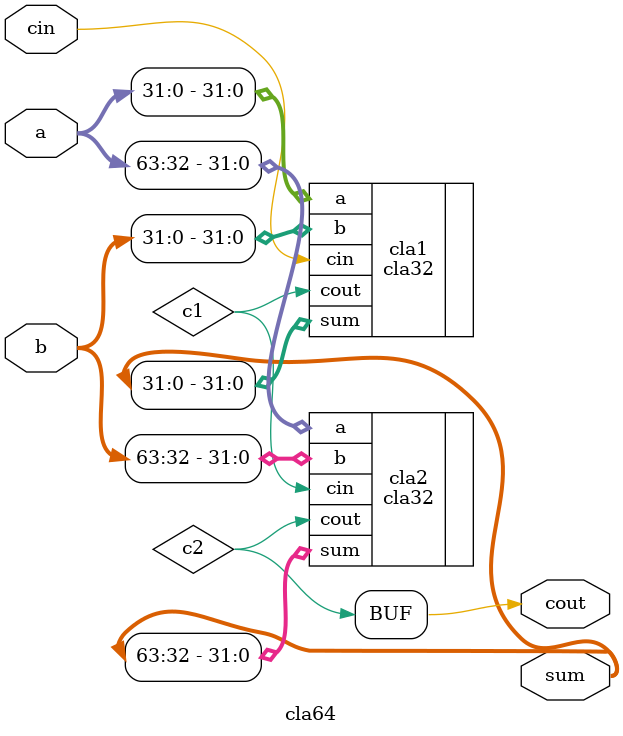
<source format=v>
`timescale 1ns / 1ps


module cla64(a,b,cin,sum,cout);
input [63:0] a,b;
input cin;
output [63:0] sum;
output cout;
wire c1,c2;
 
cla32 cla1(.a(a[31:0]), .b(b[31:0]), .cin(cin), .sum(sum[31:0]), .cout(c1));
cla32 cla2(.a(a[63:32]), .b(b[63:32]), .cin(c1), .sum(sum[63:32]), .cout(c2));
assign cout=c2;
 
endmodule


</source>
